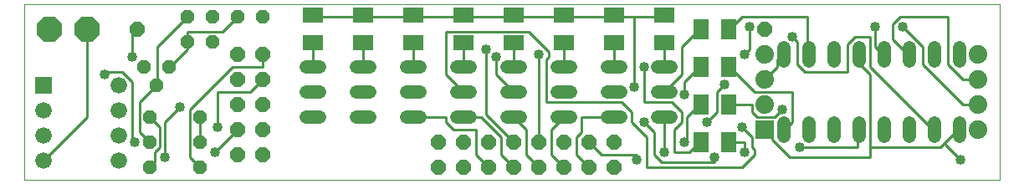
<source format=gtl>
G75*
%MOIN*%
%OFA0B0*%
%FSLAX24Y24*%
%IPPOS*%
%LPD*%
%AMOC8*
5,1,8,0,0,1.08239X$1,22.5*
%
%ADD10C,0.0000*%
%ADD11R,0.0660X0.0660*%
%ADD12C,0.0660*%
%ADD13OC8,0.0520*%
%ADD14OC8,0.1000*%
%ADD15OC8,0.0600*%
%ADD16C,0.0740*%
%ADD17R,0.0740X0.0740*%
%ADD18C,0.0520*%
%ADD19R,0.0630X0.0787*%
%ADD20R,0.0787X0.0630*%
%ADD21C,0.0100*%
%ADD22C,0.0400*%
D10*
X000100Y000130D02*
X000100Y007126D01*
X038970Y007126D01*
X038970Y000130D01*
X000100Y000130D01*
D11*
X000850Y003880D03*
D12*
X003850Y003880D03*
X003850Y002880D03*
X000850Y002880D03*
X000850Y001880D03*
X003850Y001880D03*
X003850Y000880D03*
X000850Y000880D03*
D13*
X005100Y000630D03*
X007100Y000630D03*
X007100Y001630D03*
X005100Y001630D03*
X005100Y002630D03*
X007100Y002630D03*
X005350Y003880D03*
X004850Y004630D03*
X005850Y004630D03*
X006600Y005630D03*
X007600Y005630D03*
X007600Y006630D03*
X006600Y006630D03*
X008600Y006630D03*
X009600Y006630D03*
D14*
X002600Y006130D03*
X001100Y006130D03*
D15*
X004600Y006130D03*
X008600Y005130D03*
X009600Y005130D03*
X009600Y004130D03*
X008600Y004130D03*
X008600Y003130D03*
X009600Y003130D03*
X009600Y002130D03*
X008600Y002130D03*
X008600Y001130D03*
X009600Y001130D03*
X016600Y000630D03*
X017600Y000630D03*
X018600Y000630D03*
X019600Y000630D03*
X020600Y000630D03*
X021600Y000630D03*
X022600Y000630D03*
X023600Y000630D03*
X023600Y001630D03*
X022600Y001630D03*
X021600Y001630D03*
X020600Y001630D03*
X019600Y001630D03*
X018600Y001630D03*
X017600Y001630D03*
X016600Y001630D03*
X029600Y006130D03*
D16*
X029600Y005130D03*
X029600Y004130D03*
X029600Y003130D03*
X038100Y003130D03*
X038100Y002130D03*
X038100Y004130D03*
X038100Y005130D03*
D17*
X029600Y002130D03*
D18*
X030350Y001870D02*
X030350Y002390D01*
X031350Y002390D02*
X031350Y001870D01*
X032350Y001870D02*
X032350Y002390D01*
X033350Y002390D02*
X033350Y001870D01*
X034350Y001870D02*
X034350Y002390D01*
X035350Y002390D02*
X035350Y001870D01*
X036350Y001870D02*
X036350Y002390D01*
X037350Y002390D02*
X037350Y001870D01*
X025860Y002630D02*
X025340Y002630D01*
X023860Y002630D02*
X023340Y002630D01*
X021860Y002630D02*
X021340Y002630D01*
X019860Y002630D02*
X019340Y002630D01*
X017860Y002630D02*
X017340Y002630D01*
X015860Y002630D02*
X015340Y002630D01*
X013860Y002630D02*
X013340Y002630D01*
X011860Y002630D02*
X011340Y002630D01*
X011340Y003630D02*
X011860Y003630D01*
X013340Y003630D02*
X013860Y003630D01*
X015340Y003630D02*
X015860Y003630D01*
X017340Y003630D02*
X017860Y003630D01*
X019340Y003630D02*
X019860Y003630D01*
X021340Y003630D02*
X021860Y003630D01*
X023340Y003630D02*
X023860Y003630D01*
X025340Y003630D02*
X025860Y003630D01*
X025860Y004630D02*
X025340Y004630D01*
X023860Y004630D02*
X023340Y004630D01*
X021860Y004630D02*
X021340Y004630D01*
X019860Y004630D02*
X019340Y004630D01*
X017860Y004630D02*
X017340Y004630D01*
X015860Y004630D02*
X015340Y004630D01*
X013860Y004630D02*
X013340Y004630D01*
X011860Y004630D02*
X011340Y004630D01*
X030350Y004870D02*
X030350Y005390D01*
X031350Y005390D02*
X031350Y004870D01*
X032350Y004870D02*
X032350Y005390D01*
X033350Y005390D02*
X033350Y004870D01*
X034350Y004870D02*
X034350Y005390D01*
X035350Y005390D02*
X035350Y004870D01*
X036350Y004870D02*
X036350Y005390D01*
X037350Y005390D02*
X037350Y004870D01*
D19*
X028151Y004630D03*
X027049Y004630D03*
X027049Y006130D03*
X028151Y006130D03*
X028151Y003130D03*
X027049Y003130D03*
X027049Y001630D03*
X028151Y001630D03*
D20*
X025600Y005579D03*
X023600Y005579D03*
X021600Y005579D03*
X019600Y005579D03*
X017600Y005579D03*
X015600Y005579D03*
X013600Y005579D03*
X011600Y005579D03*
X011600Y006681D03*
X013600Y006681D03*
X015600Y006681D03*
X017600Y006681D03*
X019600Y006681D03*
X021600Y006681D03*
X023600Y006681D03*
X025600Y006681D03*
D21*
X025600Y006630D01*
X024400Y006630D01*
X024400Y003830D01*
X025600Y003630D02*
X026300Y004330D01*
X026300Y005430D01*
X027000Y006130D01*
X027049Y006130D01*
X028151Y006130D02*
X028200Y006130D01*
X028700Y006630D01*
X031300Y006630D01*
X031300Y005130D01*
X031350Y005130D01*
X030350Y005130D02*
X030300Y005130D01*
X030100Y004930D01*
X030100Y004630D01*
X029600Y004130D01*
X030900Y004730D02*
X031200Y004430D01*
X032900Y004430D01*
X032900Y005530D01*
X033200Y005830D01*
X033800Y005830D01*
X033800Y004630D01*
X036300Y002130D01*
X036350Y002130D01*
X036800Y001630D02*
X037300Y002130D01*
X037350Y002130D01*
X036800Y001630D02*
X036800Y001530D01*
X037400Y000930D01*
X036800Y001630D02*
X036600Y001430D01*
X033800Y001430D01*
X033800Y001030D01*
X030600Y001030D01*
X029900Y001730D01*
X029900Y001830D01*
X029600Y002130D01*
X029100Y001830D02*
X028700Y002230D01*
X027700Y002830D02*
X027300Y002430D01*
X027000Y003130D02*
X026500Y002630D01*
X026500Y001730D01*
X026400Y001630D01*
X026600Y001230D02*
X027000Y001630D01*
X027049Y001630D01*
X028151Y001630D02*
X028800Y001630D01*
X028800Y001230D01*
X029100Y001430D02*
X029200Y001330D01*
X029200Y001130D01*
X028700Y000630D01*
X024900Y000630D01*
X024900Y001830D01*
X024300Y002430D01*
X024300Y002830D01*
X023900Y003230D01*
X020900Y003230D01*
X020900Y004930D01*
X021000Y005030D01*
X021000Y005230D01*
X020200Y006030D01*
X016900Y006030D01*
X016900Y004330D01*
X017600Y003630D01*
X018900Y004330D02*
X019600Y003630D01*
X018900Y004330D02*
X018900Y005030D01*
X018500Y005330D02*
X018500Y002730D01*
X019600Y001630D01*
X020600Y001630D02*
X020600Y005130D01*
X019600Y005579D02*
X019600Y004630D01*
X017600Y004630D02*
X017600Y005579D01*
X015600Y005579D02*
X015600Y004630D01*
X013600Y004630D02*
X013600Y005579D01*
X011600Y005579D02*
X011600Y004630D01*
X009600Y004630D02*
X009600Y005130D01*
X009600Y004630D02*
X008400Y004630D01*
X006700Y002930D01*
X006700Y001030D01*
X007100Y000630D01*
X005700Y001030D02*
X005700Y002430D01*
X006300Y003030D01*
X005350Y003880D02*
X004700Y003230D01*
X004700Y002030D01*
X005100Y001630D01*
X004500Y001630D02*
X004400Y001730D01*
X004400Y004030D01*
X004000Y004430D01*
X003300Y004430D01*
X003300Y004330D01*
X005350Y003880D02*
X005400Y003930D01*
X005400Y005430D01*
X006600Y006630D01*
X008000Y006030D02*
X008600Y006630D01*
X011600Y006630D02*
X011600Y006681D01*
X011600Y006630D02*
X013600Y006630D01*
X013600Y006681D01*
X013600Y006630D02*
X015600Y006630D01*
X015600Y006681D01*
X015600Y006630D02*
X017600Y006630D01*
X017600Y006681D01*
X017600Y006630D02*
X019600Y006630D01*
X019600Y006681D01*
X019600Y006630D02*
X021600Y006630D01*
X021600Y006681D01*
X021600Y006630D02*
X023600Y006630D01*
X023600Y006681D01*
X023600Y006630D02*
X024400Y006630D01*
X029000Y006230D02*
X029000Y005330D01*
X028800Y005130D01*
X028200Y004630D02*
X028151Y004630D01*
X028200Y004630D02*
X029200Y003630D01*
X030700Y003630D01*
X030700Y002430D01*
X030400Y002130D01*
X030350Y002130D01*
X029100Y001830D02*
X029100Y001430D01*
X027600Y001030D02*
X027600Y000830D01*
X025500Y000830D01*
X025200Y001130D01*
X025200Y002030D01*
X024800Y002430D01*
X025600Y002630D02*
X025600Y001230D01*
X026000Y001230D02*
X026000Y002130D01*
X026300Y002430D01*
X026300Y002830D01*
X025900Y003230D01*
X024800Y003230D01*
X024800Y004630D01*
X025600Y004630D02*
X025600Y005579D01*
X023600Y005579D02*
X023600Y004630D01*
X021600Y004630D02*
X021600Y005579D01*
X026400Y004030D02*
X027000Y004630D01*
X027049Y004630D01*
X026400Y004030D02*
X026400Y003530D01*
X027700Y003630D02*
X028000Y003930D01*
X027700Y003630D02*
X027700Y002830D01*
X028151Y003130D02*
X029100Y003130D01*
X029100Y002830D01*
X029300Y002630D01*
X030000Y002630D01*
X030300Y002930D01*
X027049Y003130D02*
X027000Y003130D01*
X023600Y002630D02*
X022300Y002630D01*
X022300Y002030D01*
X022100Y001830D01*
X022100Y001130D01*
X022600Y000630D01*
X021600Y000630D02*
X021100Y001130D01*
X021100Y002130D01*
X021600Y002630D01*
X020100Y002130D02*
X019600Y002630D01*
X019100Y001830D02*
X018300Y002630D01*
X017600Y002630D01*
X017200Y002130D02*
X016900Y002430D01*
X016900Y002630D01*
X015600Y002630D01*
X017200Y002130D02*
X018100Y002130D01*
X018100Y001130D01*
X018600Y000630D01*
X019100Y001130D02*
X019600Y000630D01*
X020100Y001130D02*
X020600Y000630D01*
X020100Y001130D02*
X020100Y002130D01*
X019100Y001830D02*
X019100Y001130D01*
X022600Y001630D02*
X023100Y001130D01*
X024500Y001130D01*
X024500Y000930D01*
X026000Y001230D02*
X026600Y001230D01*
X031000Y001430D02*
X033300Y001430D01*
X033300Y002130D01*
X033350Y002130D01*
X033800Y001430D02*
X033800Y004330D01*
X033400Y004730D01*
X033400Y005130D01*
X033350Y005130D01*
X034000Y005430D02*
X034300Y005130D01*
X034350Y005130D01*
X034700Y005730D02*
X035300Y005130D01*
X035350Y005130D01*
X035900Y005430D02*
X035900Y004730D01*
X037500Y003130D01*
X038100Y003130D01*
X038100Y004130D02*
X037500Y004130D01*
X036900Y004730D01*
X036900Y006630D01*
X035000Y006630D01*
X034700Y006330D01*
X034700Y005730D01*
X035100Y006230D02*
X035900Y005430D01*
X034000Y005430D02*
X034000Y006230D01*
X030900Y005630D02*
X030900Y004730D01*
X030900Y005630D02*
X030700Y005830D01*
X009600Y004130D02*
X009100Y003630D01*
X007800Y003630D01*
X007800Y002230D01*
X008600Y002130D02*
X007700Y001230D01*
X007100Y001630D02*
X007100Y002630D01*
X005500Y002230D02*
X005100Y002630D01*
X005500Y002230D02*
X005500Y001430D01*
X005300Y001230D01*
X005300Y000830D01*
X005100Y000630D01*
X002600Y002630D02*
X000850Y000880D01*
X002600Y002630D02*
X002600Y006130D01*
X004400Y005930D02*
X004400Y005030D01*
X005850Y004630D02*
X005900Y004630D01*
X006600Y005330D01*
X006600Y005630D01*
X006600Y006030D01*
X008000Y006030D01*
X004600Y006130D02*
X004400Y005930D01*
D22*
X004400Y005030D03*
X003300Y004330D03*
X006300Y003030D03*
X007800Y002230D03*
X004500Y001630D03*
X005700Y001030D03*
X007700Y001230D03*
X024500Y000930D03*
X025600Y001230D03*
X026400Y001630D03*
X028800Y001230D03*
X027600Y001030D03*
X031000Y001430D03*
X028700Y002230D03*
X027300Y002430D03*
X024800Y002430D03*
X026400Y003530D03*
X028000Y003930D03*
X024400Y003830D03*
X024800Y004630D03*
X028800Y005130D03*
X030700Y005830D03*
X029000Y006230D03*
X034000Y006230D03*
X035100Y006230D03*
X020600Y005130D03*
X018900Y005030D03*
X018500Y005330D03*
X030300Y002930D03*
X037400Y000930D03*
M02*

</source>
